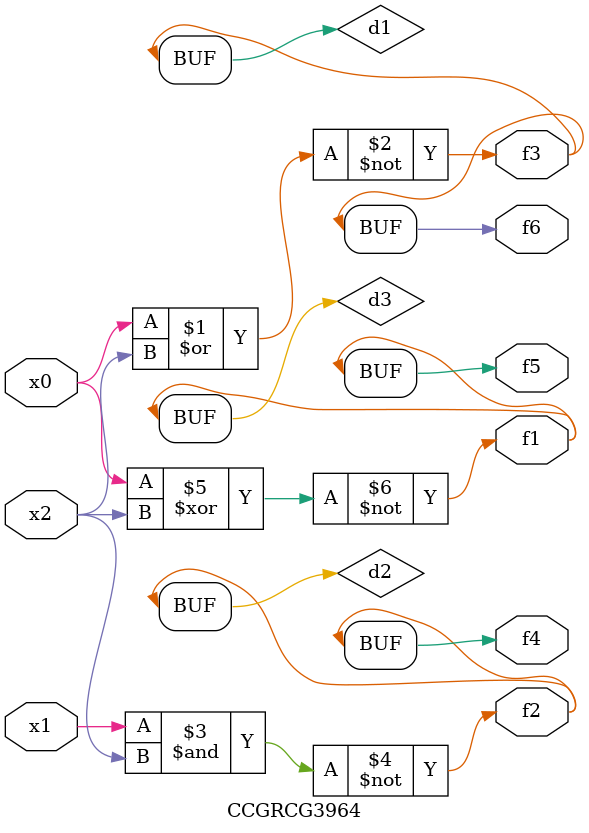
<source format=v>
module CCGRCG3964(
	input x0, x1, x2,
	output f1, f2, f3, f4, f5, f6
);

	wire d1, d2, d3;

	nor (d1, x0, x2);
	nand (d2, x1, x2);
	xnor (d3, x0, x2);
	assign f1 = d3;
	assign f2 = d2;
	assign f3 = d1;
	assign f4 = d2;
	assign f5 = d3;
	assign f6 = d1;
endmodule

</source>
